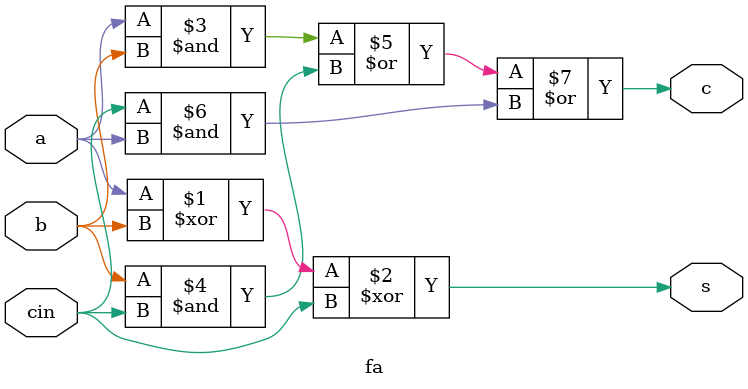
<source format=v>
`timescale 1ns / 1ps
module fa(a,b,cin,s,c
    );
	 input a,b,cin;
	 output s,c;
	 
	 assign s=a^b^cin;
	 assign c=(a&b)|(b&cin)|(cin&a);
    


endmodule

</source>
